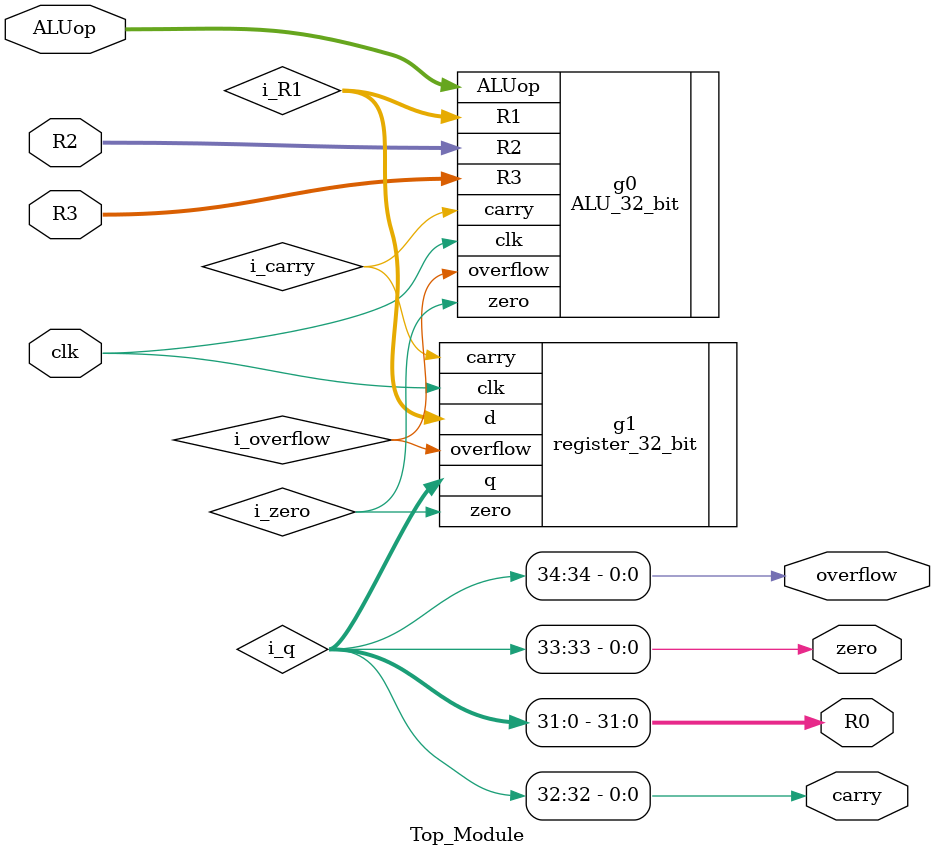
<source format=v>
`timescale 1ns / 1ps

module Top_Module(R0, overflow, zero, carry, R2, R3, ALUop,clk);
    parameter width = 32;
    input [width-1:0] R2, R3;
    input [2:0] ALUop;
    input clk;
    output zero, overflow, carry;
    output [width-1:0] R0;
    wire i_overflow, i_zero, i_carry;
    wire [width+2:0] i_q;
    wire [width-1:0] i_R1;
    ALU_32_bit g0 (
        .overflow(i_overflow),
        .zero(i_zero),
        .carry(i_carry), 
        .R1(i_R1), .R2(R2), 
        .R3(R3), 
        .ALUop(ALUop), 
        .clk(clk));
    register_32_bit g1(.q(i_q), .overflow(i_overflow), .zero(i_zero), .carry(i_carry), .d(i_R1), .clk(clk));
    assign overflow = i_q[width+2];
    assign zero = i_q[width+1];
    assign carry = i_q[width];
    assign R0 = i_q[width-1:0];
    defparam g0.width = width;
    defparam g1.width = width;
endmodule

</source>
